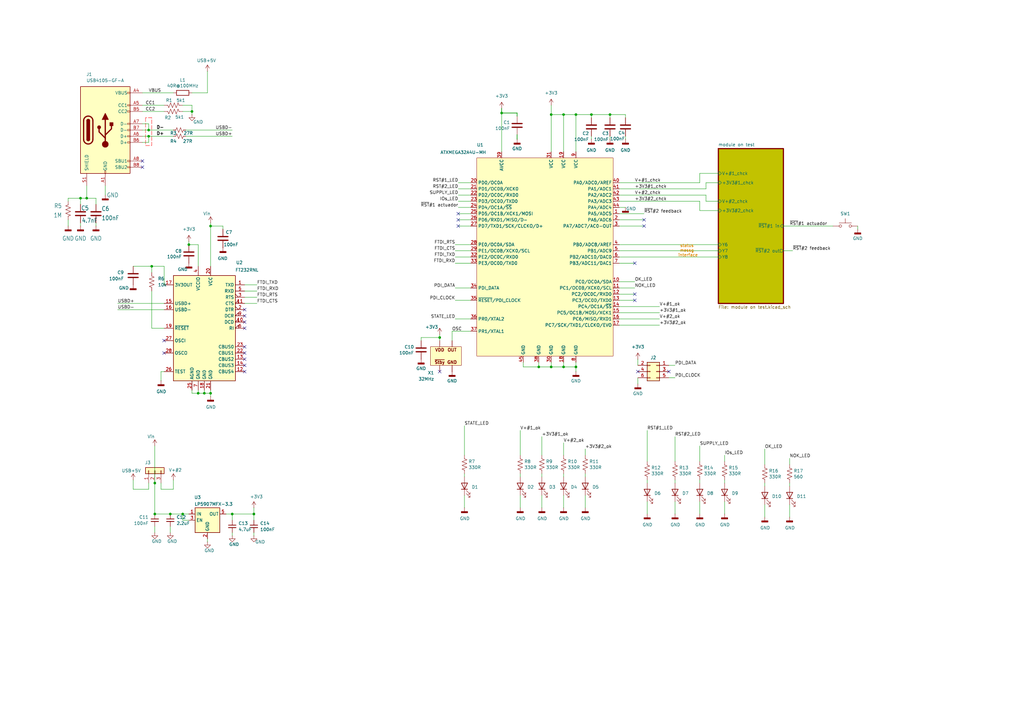
<source format=kicad_sch>
(kicad_sch (version 20250114) (generator "eeschema") (generator_version "9.0")
  (paper "A3")
  (text "status \nmessg \ninterface" (at 282.194 102.87 0) (effects (font (size 1.2 1.2) (thickness 0.1875))))
  (junction (at 205.74 46.355))
  (junction (at 78.74 45.72))
  (junction (at 81.28 161.29))
  (junction (at 33.02 81.28))
  (junction (at 231.14 46.99))
  (junction (at 86.36 92.71))
  (junction (at 231.14 150.495))
  (junction (at 63.5 198.12))
  (junction (at 226.06 150.495))
  (junction (at 226.06 46.99))
  (junction (at 180.34 138.43))
  (junction (at 83.82 161.29))
  (junction (at 62.23 109.22))
  (junction (at 60.96 53.34))
  (junction (at 220.98 150.495))
  (junction (at 236.22 46.99))
  (junction (at 86.36 161.29))
  (junction (at 250.19 46.99))
  (junction (at 74.93 210.82))
  (junction (at 242.57 46.99))
  (junction (at 77.47 100.33))
  (junction (at 95.25 210.82))
  (junction (at 60.96 55.88))
  (junction (at 104.14 210.82))
  (junction (at 63.5 210.82))
  (junction (at 35.56 81.28))
  (junction (at 236.22 150.495))
  (junction (at 69.85 210.82))
  (no_connect (at 100.33 152.4))
  (no_connect (at 100.33 142.24))
  (no_connect (at 100.33 129.54))
  (no_connect (at 180.34 152.4))
  (no_connect (at 100.33 134.62))
  (no_connect (at 264.16 90.17))
  (no_connect (at 187.96 87.63))
  (no_connect (at 67.31 144.78))
  (no_connect (at 260.35 120.65))
  (no_connect (at 100.33 149.86))
  (no_connect (at 264.16 92.71))
  (no_connect (at 58.42 66.04))
  (no_connect (at 100.33 147.32))
  (no_connect (at 274.32 152.4))
  (no_connect (at 261.62 152.4))
  (no_connect (at 67.31 139.7))
  (no_connect (at 187.96 90.17))
  (no_connect (at 100.33 127))
  (no_connect (at 58.42 68.58))
  (no_connect (at 260.35 123.19))
  (no_connect (at 100.33 144.78))
  (no_connect (at 187.96 92.71))
  (no_connect (at 100.33 132.08))
  (no_connect (at 260.35 107.95))
  (wire (pts (xy 71.12 200.66) (xy 66.04 200.66)))
  (wire (pts (xy 323.85 187.96) (xy 323.85 190.5)))
  (wire (pts (xy 69.85 218.44) (xy 69.85 215.9)))
  (wire (pts (xy 60.96 55.88) (xy 60.96 58.42)))
  (wire (pts (xy 60.96 200.66) (xy 60.96 198.12)))
  (wire (pts (xy 323.85 198.12) (xy 323.85 199.39)))
  (wire (pts (xy 78.74 45.72) (xy 78.74 46.99)))
  (wire (pts (xy 287.02 82.55) (xy 287.02 86.36)))
  (wire (pts (xy 261.62 154.94) (xy 261.62 157.48)))
  (wire (pts (xy 83.82 161.29) (xy 86.36 161.29)))
  (wire (pts (xy 214.63 150.495) (xy 220.98 150.495)))
  (wire (pts (xy 231.14 208.28) (xy 231.14 203.2)))
  (wire (pts (xy 81.28 161.29) (xy 83.82 161.29)))
  (wire (pts (xy 222.25 194.31) (xy 222.25 195.58)))
  (wire (pts (xy 250.19 46.99) (xy 242.57 46.99)))
  (wire (pts (xy 226.06 43.18) (xy 226.06 46.99)))
  (wire (pts (xy 63.5 218.44) (xy 63.5 215.9)))
  (wire (pts (xy 66.04 152.4) (xy 67.31 152.4)))
  (wire (pts (xy 58.42 38.1) (xy 71.12 38.1)))
  (wire (pts (xy 351.79 92.71) (xy 351.79 93.98)))
  (wire (pts (xy 226.06 46.99) (xy 226.06 62.23)))
  (wire (pts (xy 71.12 196.85) (xy 71.12 200.66)))
  (wire (pts (xy 321.31 102.87) (xy 325.12 102.87)))
  (wire (pts (xy 254 125.73) (xy 270.51 125.73)))
  (wire (pts (xy 187.96 77.47) (xy 193.04 77.47)))
  (wire (pts (xy 287.02 196.85) (xy 287.02 198.12)))
  (wire (pts (xy 91.44 92.71) (xy 91.44 93.98)))
  (wire (pts (xy 187.96 74.93) (xy 193.04 74.93)))
  (wire (pts (xy 287.02 71.12) (xy 294.64 71.12)))
  (wire (pts (xy 86.36 161.29) (xy 86.36 162.56)))
  (wire (pts (xy 92.71 210.82) (xy 95.25 210.82)))
  (wire (pts (xy 193.04 100.33) (xy 186.69 100.33)))
  (wire (pts (xy 254 82.55) (xy 287.02 82.55)))
  (wire (pts (xy 66.04 200.66) (xy 66.04 198.12)))
  (wire (pts (xy 276.86 210.82) (xy 276.86 205.74)))
  (wire (pts (xy 254 100.33) (xy 294.64 100.33)))
  (wire (pts (xy 81.28 100.33) (xy 81.28 109.22)))
  (wire (pts (xy 250.19 55.88) (xy 250.19 57.15)))
  (wire (pts (xy 287.02 210.82) (xy 287.02 205.74)))
  (wire (pts (xy 76.2 53.34) (xy 95.25 53.34)))
  (wire (pts (xy 76.2 55.88) (xy 95.25 55.88)))
  (wire (pts (xy 254 130.81) (xy 270.51 130.81)))
  (wire (pts (xy 78.74 38.1) (xy 85.09 38.1)))
  (wire (pts (xy 60.96 55.88) (xy 71.12 55.88)))
  (wire (pts (xy 86.36 92.71) (xy 91.44 92.71)))
  (wire (pts (xy 62.23 134.62) (xy 67.31 134.62)))
  (wire (pts (xy 100.33 121.92) (xy 105.41 121.92)))
  (wire (pts (xy 240.03 194.31) (xy 240.03 195.58)))
  (wire (pts (xy 214.63 148.59) (xy 214.63 150.495)))
  (wire (pts (xy 69.85 210.82) (xy 74.93 210.82)))
  (wire (pts (xy 190.5 174.625) (xy 190.5 186.69)))
  (wire (pts (xy 54.61 196.85) (xy 54.61 200.66)))
  (wire (pts (xy 226.06 150.495) (xy 231.14 150.495)))
  (wire (pts (xy 193.04 102.87) (xy 186.69 102.87)))
  (wire (pts (xy 58.42 58.42) (xy 60.96 58.42)))
  (wire (pts (xy 95.25 219.71) (xy 95.25 218.44)))
  (wire (pts (xy 264.16 92.71) (xy 254 92.71)))
  (wire (pts (xy 33.02 81.28) (xy 33.02 83.82)) (stroke (width 0.1524)))
  (wire (pts (xy 231.14 148.59) (xy 231.14 150.495)))
  (wire (pts (xy 62.23 109.22) (xy 67.31 109.22)))
  (wire (pts (xy 54.61 109.22) (xy 62.23 109.22)))
  (wire (pts (xy 236.22 46.99) (xy 231.14 46.99)))
  (wire (pts (xy 242.57 55.88) (xy 242.57 57.15)))
  (wire (pts (xy 180.34 138.43) (xy 172.72 138.43)))
  (wire (pts (xy 213.36 208.28) (xy 213.36 203.2)))
  (wire (pts (xy 187.96 87.63) (xy 193.04 87.63)))
  (wire (pts (xy 256.54 46.99) (xy 250.19 46.99)))
  (wire (pts (xy 78.74 161.29) (xy 81.28 161.29)))
  (wire (pts (xy 193.04 135.89) (xy 185.42 135.89)))
  (wire (pts (xy 260.35 123.19) (xy 254 123.19)))
  (wire (pts (xy 190.5 208.28) (xy 190.5 203.2)))
  (wire (pts (xy 67.31 124.46) (xy 48.26 124.46)))
  (wire (pts (xy 58.42 45.72) (xy 67.31 45.72)))
  (wire (pts (xy 231.14 181.61) (xy 231.14 186.69)))
  (wire (pts (xy 58.42 53.34) (xy 60.96 53.34)))
  (wire (pts (xy 287.02 71.12) (xy 287.02 74.93)))
  (wire (pts (xy 33.02 81.28) (xy 35.56 81.28)) (stroke (width 0.1524)))
  (wire (pts (xy 297.18 186.69) (xy 297.18 189.23)))
  (wire (pts (xy 265.43 210.82) (xy 265.43 205.74)))
  (wire (pts (xy 58.42 50.8) (xy 60.96 50.8)))
  (wire (pts (xy 74.93 45.72) (xy 78.74 45.72)))
  (wire (pts (xy 83.82 160.02) (xy 83.82 161.29)))
  (wire (pts (xy 67.31 116.84) (xy 67.31 109.22)))
  (wire (pts (xy 60.96 53.34) (xy 71.12 53.34)))
  (wire (pts (xy 276.86 149.86) (xy 274.32 149.86)))
  (wire (pts (xy 95.25 213.36) (xy 95.25 210.82)))
  (wire (pts (xy 74.93 210.82) (xy 77.47 210.82)))
  (wire (pts (xy 276.86 154.94) (xy 274.32 154.94)))
  (wire (pts (xy 231.14 46.99) (xy 231.14 62.23)))
  (wire (pts (xy 240.03 184.15) (xy 240.03 186.69)))
  (wire (pts (xy 254 120.65) (xy 260.35 120.65)))
  (wire (pts (xy 85.09 29.21) (xy 85.09 38.1)))
  (wire (pts (xy 78.74 160.02) (xy 78.74 161.29)))
  (wire (pts (xy 180.34 137.16) (xy 180.34 138.43)))
  (wire (pts (xy 62.23 119.38) (xy 62.23 134.62)))
  (wire (pts (xy 220.98 150.495) (xy 226.06 150.495)))
  (wire (pts (xy 43.18 76.2) (xy 43.18 80.01)))
  (wire (pts (xy 265.43 176.53) (xy 265.43 189.23)))
  (wire (pts (xy 27.94 81.28) (xy 33.02 81.28)) (stroke (width 0.1524)))
  (wire (pts (xy 265.43 196.85) (xy 265.43 198.12)))
  (wire (pts (xy 264.16 87.63) (xy 254 87.63)))
  (wire (pts (xy 85.09 222.25) (xy 85.09 220.98)))
  (wire (pts (xy 256.54 85.09) (xy 254 85.09)))
  (wire (pts (xy 193.04 105.41) (xy 186.69 105.41)))
  (wire (pts (xy 264.16 90.17) (xy 254 90.17)))
  (wire (pts (xy 100.33 119.38) (xy 105.41 119.38)))
  (wire (pts (xy 289.56 82.55) (xy 289.56 80.01)))
  (wire (pts (xy 81.28 160.02) (xy 81.28 161.29)))
  (wire (pts (xy 260.35 118.11) (xy 254 118.11)))
  (wire (pts (xy 104.14 219.71) (xy 104.14 218.44)))
  (wire (pts (xy 213.36 194.31) (xy 213.36 195.58)))
  (wire (pts (xy 289.56 82.55) (xy 294.64 82.55)))
  (wire (pts (xy 74.93 213.36) (xy 74.93 210.82)))
  (wire (pts (xy 104.14 210.82) (xy 104.14 213.36)))
  (wire (pts (xy 220.98 148.59) (xy 220.98 150.495)))
  (wire (pts (xy 222.25 179.07) (xy 222.25 186.69)))
  (wire (pts (xy 321.31 92.71) (xy 341.63 92.71)))
  (wire (pts (xy 226.06 148.59) (xy 226.06 150.495)))
  (wire (pts (xy 33.02 92.71) (xy 33.02 91.44)) (stroke (width 0.1524)))
  (wire (pts (xy 289.56 77.47) (xy 254 77.47)))
  (wire (pts (xy 236.22 46.99) (xy 236.22 62.23)))
  (wire (pts (xy 287.02 74.93) (xy 254 74.93)))
  (wire (pts (xy 100.33 116.84) (xy 105.41 116.84)))
  (wire (pts (xy 78.74 43.18) (xy 78.74 45.72)))
  (wire (pts (xy 193.04 107.95) (xy 186.69 107.95)))
  (wire (pts (xy 86.36 91.44) (xy 86.36 92.71)))
  (wire (pts (xy 205.74 44.45) (xy 205.74 46.355)) (stroke (width 0.254)))
  (wire (pts (xy 313.69 198.12) (xy 313.69 199.39)))
  (wire (pts (xy 289.56 80.01) (xy 254 80.01)))
  (wire (pts (xy 27.94 90.17) (xy 27.94 92.71)) (stroke (width 0.1524)))
  (wire (pts (xy 242.57 46.99) (xy 236.22 46.99)))
  (wire (pts (xy 213.36 176.53) (xy 213.36 186.69)))
  (wire (pts (xy 236.22 148.59) (xy 236.22 150.495)))
  (wire (pts (xy 104.14 208.28) (xy 104.14 210.82)))
  (wire (pts (xy 287.02 182.88) (xy 287.02 189.23)))
  (wire (pts (xy 63.5 198.12) (xy 63.5 210.82)))
  (wire (pts (xy 63.5 182.88) (xy 63.5 198.12)))
  (wire (pts (xy 254 133.35) (xy 270.51 133.35)))
  (wire (pts (xy 261.62 147.32) (xy 261.62 149.86)))
  (wire (pts (xy 180.34 138.43) (xy 180.34 139.7)))
  (wire (pts (xy 254 105.41) (xy 294.64 105.41)))
  (wire (pts (xy 313.69 212.09) (xy 313.69 207.01)))
  (wire (pts (xy 77.47 99.06) (xy 77.47 100.33)))
  (wire (pts (xy 60.96 50.8) (xy 60.96 53.34)))
  (wire (pts (xy 54.61 200.66) (xy 60.96 200.66)))
  (wire (pts (xy 231.14 150.495) (xy 236.22 150.495)))
  (wire (pts (xy 185.42 135.89) (xy 185.42 139.7)))
  (wire (pts (xy 287.02 86.36) (xy 294.64 86.36)))
  (wire (pts (xy 205.74 46.355) (xy 205.74 62.23)))
  (wire (pts (xy 289.56 74.93) (xy 294.64 74.93)))
  (wire (pts (xy 58.42 55.88) (xy 60.96 55.88)))
  (wire (pts (xy 100.33 124.46) (xy 105.41 124.46)))
  (wire (pts (xy 254 128.27) (xy 270.51 128.27)))
  (wire (pts (xy 86.36 160.02) (xy 86.36 161.29)))
  (wire (pts (xy 187.96 85.09) (xy 193.04 85.09)))
  (wire (pts (xy 77.47 213.36) (xy 74.93 213.36)))
  (wire (pts (xy 323.85 212.09) (xy 323.85 207.01)))
  (wire (pts (xy 250.19 46.99) (xy 250.19 48.26)))
  (wire (pts (xy 78.74 43.18) (xy 74.93 43.18)))
  (wire (pts (xy 66.04 156.21) (xy 66.04 152.4)))
  (wire (pts (xy 35.56 81.28) (xy 39.37 81.28)) (stroke (width 0.1524)))
  (wire (pts (xy 187.96 80.01) (xy 193.04 80.01)))
  (wire (pts (xy 276.86 196.85) (xy 276.86 198.12)))
  (wire (pts (xy 212.09 46.355) (xy 212.09 47.625)) (stroke (width 0.254)))
  (wire (pts (xy 212.09 55.245) (xy 212.09 57.15)) (stroke (width 0.254)))
  (wire (pts (xy 187.96 92.71) (xy 193.04 92.71)))
  (wire (pts (xy 39.37 91.44) (xy 39.37 92.71)))
  (wire (pts (xy 240.03 208.28) (xy 240.03 203.2)))
  (wire (pts (xy 193.04 118.11) (xy 186.69 118.11)))
  (wire (pts (xy 254 102.87) (xy 294.64 102.87)))
  (wire (pts (xy 236.22 150.495) (xy 236.22 152.4)))
  (wire (pts (xy 95.25 210.82) (xy 104.14 210.82)))
  (wire (pts (xy 62.23 109.22) (xy 62.23 111.76)))
  (wire (pts (xy 256.54 46.99) (xy 256.54 48.26)))
  (wire (pts (xy 172.72 138.43) (xy 172.72 139.7)))
  (wire (pts (xy 67.31 127) (xy 48.26 127)))
  (wire (pts (xy 187.96 82.55) (xy 193.04 82.55)))
  (wire (pts (xy 297.18 210.82) (xy 297.18 205.74)))
  (wire (pts (xy 39.37 81.28) (xy 39.37 83.82)) (stroke (width 0.1524)))
  (wire (pts (xy 313.69 184.15) (xy 313.69 190.5)))
  (wire (pts (xy 86.36 92.71) (xy 86.36 109.22)))
  (wire (pts (xy 58.42 43.18) (xy 67.31 43.18)))
  (wire (pts (xy 222.25 208.28) (xy 222.25 203.2)))
  (wire (pts (xy 212.09 46.355) (xy 205.74 46.355)) (stroke (width 0.254)))
  (wire (pts (xy 193.04 123.19) (xy 186.69 123.19)))
  (wire (pts (xy 35.56 76.2) (xy 35.56 81.28)))
  (wire (pts (xy 190.5 194.31) (xy 190.5 195.58)))
  (wire (pts (xy 231.14 194.31) (xy 231.14 195.58)))
  (wire (pts (xy 260.35 115.57) (xy 254 115.57)))
  (wire (pts (xy 231.14 46.99) (xy 226.06 46.99)))
  (wire (pts (xy 297.18 196.85) (xy 297.18 198.12)))
  (wire (pts (xy 77.47 100.33) (xy 81.28 100.33)))
  (wire (pts (xy 27.94 81.28) (xy 27.94 82.55)) (stroke (width 0.1524)))
  (wire (pts (xy 186.69 130.81) (xy 193.04 130.81)))
  (wire (pts (xy 260.35 107.95) (xy 254 107.95)))
  (wire (pts (xy 289.56 74.93) (xy 289.56 77.47)))
  (wire (pts (xy 242.57 46.99) (xy 242.57 48.26)))
  (wire (pts (xy 256.54 55.88) (xy 256.54 57.15)))
  (wire (pts (xy 276.86 179.07) (xy 276.86 189.23)))
  (wire (pts (xy 187.96 90.17) (xy 193.04 90.17)))
  (wire (pts (xy 63.5 210.82) (xy 69.85 210.82)))
  (label "PDI_DATA" (at 186.69 118.11 180))
  (label "~{RST}#2 feedback" (at 264.16 87.63 0))
  (label "+3V3#1_ok" (at 270.51 128.27 0))
  (label "CC2" (at 59.69 45.72 0))
  (label "D+" (at 67.31 55.88 180) (effects (font (thickness 0.254) (bold yes))))
  (label "D-" (at 67.31 53.34 180) (effects (font (thickness 0.254) (bold yes))))
  (label "FTDI_RXD" (at 186.69 107.95 180))
  (label "FTDI_TXD" (at 186.69 105.41 180))
  (label "RST#1_LED" (at 187.96 74.93 180))
  (label "USBD+" (at 95.25 55.88 180))
  (label "~{RST}#1 actuador" (at 323.85 92.71 0))
  (label "FTDI_CTS" (at 105.41 124.46 0))
  (label "PDI_DATA" (at 276.86 149.86 0))
  (label "V+#1_ok" (at 270.51 125.73 0))
  (label "+3V3#2_ok" (at 240.03 184.15 0))
  (label "RST#2_LED" (at 187.96 77.47 180))
  (label "IOs_LED" (at 297.18 186.69 0))
  (label "V+#2_ok" (at 270.51 130.81 0))
  (label "+3V3#2_chck" (at 260.35 82.55 0))
  (label "IOs_LED" (at 187.96 82.55 180))
  (label "V+#1_ok" (at 213.36 176.53 0))
  (label "FTDI_TXD" (at 105.41 116.84 0))
  (label "OK_LED" (at 260.35 115.57 0))
  (label "SUPPLY_LED" (at 287.02 182.88 0))
  (label "V+#2_ok" (at 231.14 181.61 0))
  (label "~{RST}#1 actuador" (at 187.96 85.09 180))
  (label "V+#1_chck" (at 260.35 74.93 0))
  (label "VBUS" (at 60.96 38.1 0))
  (label "RST#1_LED" (at 265.43 176.53 0))
  (label "+3V3#1_chck" (at 260.35 77.47 0))
  (label "+3V3#1_ok" (at 222.25 179.07 0))
  (label "FTDI_RTS" (at 186.69 100.33 180))
  (label "CC1" (at 59.69 43.18 0))
  (label "FTDI_RTS" (at 105.41 121.92 0))
  (label "OSC" (at 185.42 135.89 0))
  (label "FTDI_RXD" (at 105.41 119.38 0))
  (label "NOK_LED" (at 323.85 187.96 0))
  (label "PDI_CLOCK" (at 186.69 123.19 180))
  (label "USBD-" (at 95.25 53.34 180))
  (label "USBD-" (at 48.26 127 0))
  (label "USBD+" (at 48.26 124.46 0))
  (label "+3V3#2_ok" (at 270.51 133.35 0))
  (label "SUPPLY_LED" (at 187.96 80.01 180))
  (label "FTDI_CTS" (at 186.69 102.87 180))
  (label "~{RST}#2 feedback" (at 325.12 102.87 0))
  (label "STATE_LED" (at 190.5 174.625 0))
  (label "V+#2_chck" (at 260.35 80.01 0))
  (label "PDI_CLOCK" (at 276.86 154.94 0))
  (label "RST#2_LED" (at 276.86 179.07 0))
  (label "STATE_LED" (at 186.69 130.81 180))
  (label "NOK_LED" (at 260.35 118.11 0))
  (label "OK_LED" (at 313.69 184.15 0))
  (rule_area (polyline (pts (xy 59.69 48.26) (xy 59.69 59.69) (xy 62.23 59.69) (xy 62.23 48.26)) (stroke (width 0) (type dash))))
  (symbol (lib_id "Device:R_US") (at 297.18 193.04 180) (unit 1)
    (property "Reference" "R15" (at 298.831 191.8278 0) (effects (justify right)))
    (property "Value" "330R" (at 298.831 194.2521 0) (effects (justify right)))
    (property "Footprint" "Resistor_SMD:R_0402_1005Metric" (effects (hide yes)))
    (property "Description" "Resistor, small US symbol" (effects (hide yes)))
    (property "MPN" "CRCW0402330RFKEDHP" (effects (hide yes)))
    (property "OEPSPN" "OEPS020191" (effects (hide yes)))
  )
  (symbol (lib_id "Device:C") (at 77.47 104.14 0) (mirror y) (unit 1)
    (property "Reference" "C8" (at 74.549 102.9716 0) (effects (justify left)))
    (property "Value" "100nF" (at 74.549 105.283 0) (effects (justify left)))
    (property "Footprint" "Capacitor_SMD:C_0402_1005Metric" (effects (hide yes)))
    (property "Description" "SMD CER 0402 100nF 50V ±10% X7R" (effects (hide yes)))
    (property "MPN" "CGA2B3X7R1H104K050BB" (effects (hide yes)))
    (property "OEPSPN" "OEPS010016" (effects (hide yes)))
  )
  (symbol (lib_id "power:+3V3") (at 205.74 44.45 0) (mirror y) (unit 1)
    (property "Reference" "#PWR03" (effects (hide yes)))
    (property "Value" "+3V3" (at 205.74 39.37 0))
    (property "Description" "Power symbol creates a global label with name \"+3V3\"" (effects (hide yes)))
  )
  (symbol (lib_id "Device:C_Small") (at 63.5 213.36 0) (unit 1)
    (property "Reference" "C11" (at 60.96 212.0962 0) (effects (justify right)))
    (property "Value" "100nF" (at 60.96 214.6362 0) (effects (justify right)))
    (property "Footprint" "Capacitor_SMD:C_0402_1005Metric" (effects (hide yes)))
    (property "Description" "SMD CER 0402 100nF 50V ±10% X7R" (effects (hide yes)))
    (property "MPN" "CGA2B3X7R1H104K050BB" (effects (hide yes)))
    (property "OEPSPN" "OEPS010016" (effects (hide yes)))
  )
  (symbol (lib_id "power:GNDD") (at 185.42 152.4 0) (mirror y) (unit 1)
    (property "Reference" "#PWR019" (effects (hide yes)))
    (property "Value" "GND" (at 185.42 156.21 0))
    (property "Description" "Power symbol creates a global label with name \"GNDD\" , digital ground" (effects (hide yes)))
  )
  (symbol (lib_id "power:GND") (at 69.85 218.44 0) (unit 1)
    (property "Reference" "#PWR040" (effects (hide yes)))
    (property "Value" "GND" (at 70.612 221.996 0))
    (property "Description" "Power symbol creates a global label with name \"GND\" , ground" (effects (hide yes)))
  )
  (symbol (lib_id "power:GNDD") (at 242.57 57.15 0) (mirror y) (unit 1)
    (property "Reference" "#PWR06" (effects (hide yes)))
    (property "Value" "GND" (at 242.57 61.595 0))
    (property "Description" "Power symbol creates a global label with name \"GNDD\" , digital ground" (effects (hide yes)))
  )
  (symbol (lib_id "power:GNDD") (at 297.18 210.82 0) (unit 1)
    (property "Reference" "#PWR036" (effects (hide yes)))
    (property "Value" "GND" (at 297.307 215.2142 0))
    (property "Description" "Power symbol creates a global label with name \"GNDD\" , digital ground" (effects (hide yes)))
  )
  (symbol (lib_id "power:GNDD") (at 351.79 93.98 0) (mirror y) (unit 1)
    (property "Reference" "#PWR011" (effects (hide yes)))
    (property "Value" "GND" (at 351.79 97.79 0))
    (property "Description" "Power symbol creates a global label with name \"GNDD\" , digital ground" (effects (hide yes)))
  )
  (symbol (lib_id "Device:C_Small") (at 69.85 213.36 0) (unit 1)
    (property "Reference" "C12" (at 72.39 212.0962 0) (effects (justify left)))
    (property "Value" "2.2uF" (at 72.39 214.6362 0) (effects (justify left)))
    (property "Footprint" "Capacitor_SMD:C_0603_1608Metric" (effects (hide yes)))
    (property "Description" "Unpolarized capacitor, small symbol" (effects (hide yes)))
    (property "MPN" "GRM188R61E225KA12D" (effects (hide yes)))
    (property "OEPSPN" "OEPS010075" (effects (hide yes)))
  )
  (symbol (lib_id "power:+3V3") (at 104.14 208.28 0) (unit 1)
    (property "Reference" "#PWR027" (effects (hide yes)))
    (property "Value" "+3V3" (at 105.156 203.708 0))
    (property "Description" "Power symbol creates a global label with name \"+3V3\"" (effects (hide yes)))
  )
  (symbol (lib_id "Device:LED") (at 222.25 199.39 90) (unit 1)
    (property "Reference" "D3" (at 225.171 199.7653 90) (effects (justify right)))
    (property "Value" "Green LED" (effects (hide yes)))
    (property "Footprint" "LED_SMD:LED_0603_1608Metric" (effects (hide yes)))
    (property "Description" "LED 0603 Green 571nm 20mA" (effects (hide yes)))
    (property "MPN" "LTST-C191KGKT" (effects (hide yes)))
    (property "OEPSPN" "OEPS030005 " (effects (hide yes)))
  )
  (symbol (lib_id "Device:C") (at 33.02 87.63 0) (mirror y) (unit 1)
    (property "Reference" "C5" (at 33.274 85.344 0) (effects (font (size 1.778 1.5113)) (justify right)))
    (property "Value" "4.7nF" (at 33.528 90.424 0) (effects (font (size 1.778 1.5113)) (justify right)))
    (property "Footprint" "Capacitor_SMD:C_0402_1005Metric" (effects (hide yes)))
    (property "Description" "Unpolarized capacitor, small symbol" (effects (hide yes)))
    (property "MPN" "885012205084" (effects (hide yes)))
    (property "OEPSPN" "OEPS010017" (effects (hide yes)))
  )
  (symbol (lib_id "power:GNDD") (at 27.94 92.71 0) (mirror y) (unit 1)
    (property "Reference" "#GND02" (effects (hide yes)))
    (property "Value" "GND" (at 27.94 97.79 0) (effects (font (size 1.778 1.5113))))
  )
  (symbol (lib_id "Device:C_Small") (at 104.14 215.9 0) (mirror y) (unit 1)
    (property "Reference" "C14" (at 106.68 214.6362 0) (effects (justify right)))
    (property "Value" "100nF" (at 106.68 217.1762 0) (effects (justify right)))
    (property "Footprint" "Capacitor_SMD:C_0402_1005Metric" (effects (hide yes)))
    (property "Description" "SMD CER 0402 100nF 50V ±10% X7R" (effects (hide yes)))
    (property "MPN" "CGA2B3X7R1H104K050BB" (effects (hide yes)))
    (property "OEPSPN" "OEPS010016" (effects (hide yes)))
  )
  (symbol (lib_id "PyBoardTester:ATXMEGA32A4U") (at 228.6 113.03 0) (mirror y) (unit 1)
    (property "Reference" "U1" (at 195.58 59.436 0) (effects (justify right)))
    (property "Value" "ATXMEGA32A4U-MH" (at 180.594 62.484 0) (effects (justify right)))
    (property "Footprint" "Package_DFN_QFN:QFN-44-1EP_7x7mm_P0.5mm_EP5.2x5.2mm" (effects (hide yes)))
    (property "Description" "MCU ATXMEGA A4U 8bits 32KB" (effects (hide yes)))
    (property "MPN" "ATXMEGA32A4U-MHR" (effects (hide yes)))
    (property "OEPSPN" "OEPS080116" (effects (hide yes)))
  )
  (symbol (lib_id "power:GNDD") (at 66.04 156.21 0) (unit 1)
    (property "Reference" "#PWR021" (effects (hide yes)))
    (property "Value" "GND" (at 66.167 160.6042 0))
    (property "Description" "Power symbol creates a global label with name \"GNDD\" , digital ground" (effects (hide yes)))
  )
  (symbol (lib_id "power:+5V") (at 63.5 182.88 0) (mirror y) (unit 1)
    (property "Reference" "#PWR024" (effects (hide yes)))
    (property "Value" "Vin" (at 61.976 179.07 0))
    (property "Description" "Power symbol creates a global label with name \"+5V\"" (effects (hide yes)))
  )
  (symbol (lib_id "Device:LED") (at 287.02 201.93 90) (unit 1)
    (property "Reference" "D8" (at 289.941 202.3053 90) (effects (justify right)))
    (property "Value" "Green LED" (effects (hide yes)))
    (property "Footprint" "LED_SMD:LED_0603_1608Metric" (effects (hide yes)))
    (property "Description" "LED 0603 Green 571nm 20mA" (effects (hide yes)))
    (property "MPN" "LTST-C191KGKT" (effects (hide yes)))
    (property "OEPSPN" "OEPS030005 " (effects (hide yes)))
  )
  (symbol (lib_id "PyBoardTester:OSCILLATOR") (at 182.88 144.78 0) (mirror y) (unit 1)
    (property "Reference" "X1" (at 178.054 152.908 0) (effects (justify left)))
    (property "Value" "32MHz" (at 178.054 155.448 0) (effects (justify left)))
    (property "Footprint" "PyBoardTester FootprintLib:OSC" (effects (hide yes)))
    (property "Description" "OSC 32MHz 10ppm" (effects (hide yes)))
    (property "MPN" "DSC1001CI5-032.0000" (effects (hide yes)))
    (property "OEPSPN" "OEPS080018" (effects (hide yes)))
  )
  (symbol (lib_id "Device:R_US") (at 276.86 193.04 180) (unit 1)
    (property "Reference" "R13" (at 278.511 191.8278 0) (effects (justify right)))
    (property "Value" "330R" (at 278.511 194.2521 0) (effects (justify right)))
    (property "Footprint" "Resistor_SMD:R_0402_1005Metric" (effects (hide yes)))
    (property "Description" "Resistor, small US symbol" (effects (hide yes)))
    (property "MPN" "CRCW0402330RFKEDHP" (effects (hide yes)))
    (property "OEPSPN" "OEPS020191" (effects (hide yes)))
  )
  (symbol (lib_id "Device:R_Small_US") (at 73.66 53.34 270) (unit 1)
    (property "Reference" "R3" (at 71.12 54.61 90))
    (property "Value" "27R" (at 77.216 54.61 90))
    (property "Footprint" "Resistor_SMD:R_0402_1005Metric" (effects (hide yes)))
    (property "Description" "Resistor, small US symbol" (effects (hide yes)))
    (property "MPN" "RMCF0402FT27R0" (effects (hide yes)))
    (property "OEPSPN" "OEPS020170" (effects (hide yes)))
  )
  (symbol (lib_id "Device:C_Small") (at 95.25 215.9 0) (unit 1)
    (property "Reference" "C13" (at 97.79 214.6362 0) (effects (justify left)))
    (property "Value" "4.7uF" (at 97.79 217.1762 0) (effects (justify left)))
    (property "Footprint" "Capacitor_SMD:C_0603_1608Metric" (effects (hide yes)))
    (property "Description" "Unpolarized capacitor, small symbol" (effects (hide yes)))
    (property "MPN" "C1608X6S1C475K080AC" (effects (hide yes)))
    (property "OEPSPN" "OEPS010018" (effects (hide yes)))
  )
  (symbol (lib_id "Device:R_US") (at 287.02 193.04 180) (unit 1)
    (property "Reference" "R14" (at 288.671 191.8278 0) (effects (justify right)))
    (property "Value" "330R" (at 288.671 194.2521 0) (effects (justify right)))
    (property "Footprint" "Resistor_SMD:R_0402_1005Metric" (effects (hide yes)))
    (property "Description" "Resistor, small US symbol" (effects (hide yes)))
    (property "MPN" "CRCW0402330RFKEDHP" (effects (hide yes)))
    (property "OEPSPN" "OEPS020191" (effects (hide yes)))
  )
  (symbol (lib_id "Switch:SW_Push") (at 346.71 92.71 0) (unit 1)
    (property "Reference" "SW1" (at 346.71 87.63 0))
    (property "Value" "SW_SPST" (effects (hide yes)))
    (property "Footprint" "Button_Switch_SMD:SW_SPST_TL3305B" (effects (hide yes)))
    (property "Description" "Push button switch" (effects (hide yes)))
    (property "MPN" "TL3305BF260QG" (effects (hide yes)))
    (property "OEPSPN" "OEPS100061" (effects (hide yes)))
  )
  (symbol (lib_id "power:GND") (at 78.74 46.99 0) (mirror y) (unit 1)
    (property "Reference" "#PWR04" (effects (hide yes)))
    (property "Value" "GND" (at 81.28 50.038 0))
    (property "Description" "Power symbol creates a global label with name \"GND\" , ground" (effects (hide yes)))
  )
  (symbol (lib_id "Device:LED") (at 213.36 199.39 90) (unit 1)
    (property "Reference" "D2" (at 216.281 199.7653 90) (effects (justify right)))
    (property "Value" "Green LED" (effects (hide yes)))
    (property "Footprint" "LED_SMD:LED_0603_1608Metric" (effects (hide yes)))
    (property "Description" "LED 0603 Green 571nm 20mA" (effects (hide yes)))
    (property "MPN" "LTST-C191KGKT" (effects (hide yes)))
    (property "OEPSPN" "OEPS030005 " (effects (hide yes)))
  )
  (symbol (lib_id "power:GNDD") (at 91.44 101.6 0) (mirror y) (unit 1)
    (property "Reference" "#PWR013" (effects (hide yes)))
    (property "Value" "GND" (at 91.313 105.9942 0))
    (property "Description" "Power symbol creates a global label with name \"GNDD\" , digital ground" (effects (hide yes)))
  )
  (symbol (lib_id "power:+5V") (at 86.36 91.44 0) (mirror y) (unit 1)
    (property "Reference" "#PWR010" (effects (hide yes)))
    (property "Value" "Vin" (at 84.836 87.63 0))
    (property "Description" "Power symbol creates a global label with name \"+5V\"" (effects (hide yes)))
  )
  (symbol (lib_id "power:+5V") (at 71.12 196.85 0) (mirror y) (unit 1)
    (property "Reference" "#PWR026" (effects (hide yes)))
    (property "Value" "V+#2" (at 71.882 192.786 0))
    (property "Description" "Power symbol creates a global label with name \"+5V\"" (effects (hide yes)))
  )
  (symbol (lib_id "power:+3V3") (at 226.06 43.18 0) (mirror y) (unit 1)
    (property "Reference" "#PWR02" (effects (hide yes)))
    (property "Value" "+3V3" (at 226.06 38.1 0))
    (property "Description" "Power symbol creates a global label with name \"+3V3\"" (effects (hide yes)))
  )
  (symbol (lib_id "Device:C") (at 172.72 143.51 0) (mirror y) (unit 1)
    (property "Reference" "C10" (at 169.799 142.2978 0) (effects (justify left)))
    (property "Value" "100nF" (at 169.799 144.7221 0) (effects (justify left)))
    (property "Footprint" "Capacitor_SMD:C_0402_1005Metric" (effects (hide yes)))
    (property "Description" "SMD CER 0402 100nF 50V ±10% X7R" (effects (hide yes)))
    (property "MPN" "CGA2B3X7R1H104K050BB" (effects (hide yes)))
    (property "OEPSPN" "OEPS010016" (effects (hide yes)))
  )
  (symbol (lib_id "Device:LED") (at 265.43 201.93 90) (unit 1)
    (property "Reference" "D6" (at 268.351 202.3053 90) (effects (justify right)))
    (property "Value" "Green LED" (effects (hide yes)))
    (property "Footprint" "LED_SMD:LED_0603_1608Metric" (effects (hide yes)))
    (property "Description" "LED 0603 Green 571nm 20mA" (effects (hide yes)))
    (property "MPN" "LTST-C191KGKT" (effects (hide yes)))
    (property "OEPSPN" "OEPS030005 " (effects (hide yes)))
  )
  (symbol (lib_id "Device:C") (at 212.09 51.435 0) (mirror y) (unit 1)
    (property "Reference" "C1" (at 209.169 50.2228 0) (effects (justify left)))
    (property "Value" "100nF" (at 209.169 52.6471 0) (effects (justify left)))
    (property "Footprint" "Capacitor_SMD:C_0402_1005Metric" (effects (hide yes)))
    (property "Description" "SMD CER 0402 100nF 50V ±10% X7R" (effects (hide yes)))
    (property "MPN" "CGA2B3X7R1H104K050BB" (effects (hide yes)))
    (property "OEPSPN" "OEPS010016" (effects (hide yes)))
  )
  (symbol (lib_id "Device:C") (at 91.44 97.79 0) (mirror y) (unit 1)
    (property "Reference" "C7" (at 95.25 95.25 0) (effects (justify left)))
    (property "Value" "100nF" (at 97.79 100.33 0) (effects (justify left)))
    (property "Footprint" "Capacitor_SMD:C_0402_1005Metric" (effects (hide yes)))
    (property "Description" "SMD CER 0402 100nF 50V ±10% X7R" (effects (hide yes)))
    (property "MPN" "CGA2B3X7R1H104K050BB" (effects (hide yes)))
    (property "OEPSPN" "OEPS010016" (effects (hide yes)))
  )
  (symbol (lib_id "power:GNDD") (at 39.37 92.71 0) (mirror y) (unit 1)
    (property "Reference" "#GND04" (effects (hide yes)))
    (property "Value" "GND" (at 39.37 97.79 0) (effects (font (size 1.778 1.5113))))
  )
  (symbol (lib_id "power:GNDD") (at 276.86 210.82 0) (unit 1)
    (property "Reference" "#PWR034" (effects (hide yes)))
    (property "Value" "GND" (at 276.987 215.2142 0))
    (property "Description" "Power symbol creates a global label with name \"GNDD\" , digital ground" (effects (hide yes)))
  )
  (symbol (lib_id "Device:R_US") (at 231.14 190.5 180) (unit 1)
    (property "Reference" "R10" (at 232.791 189.2878 0) (effects (justify right)))
    (property "Value" "330R" (at 232.791 191.7121 0) (effects (justify right)))
    (property "Footprint" "Resistor_SMD:R_0402_1005Metric" (effects (hide yes)))
    (property "Description" "Resistor, small US symbol" (effects (hide yes)))
    (property "MPN" "CRCW0402330RFKEDHP" (effects (hide yes)))
    (property "OEPSPN" "OEPS020191" (effects (hide yes)))
  )
  (symbol (lib_id "Device:LED") (at 190.5 199.39 90) (unit 1)
    (property "Reference" "D1" (at 193.421 199.7653 90) (effects (justify right)))
    (property "Value" "Green LED" (effects (hide yes)))
    (property "Footprint" "LED_SMD:LED_0603_1608Metric" (effects (hide yes)))
    (property "Description" "LED 0603 Green 571nm 20mA" (effects (hide yes)))
    (property "MPN" "LTST-C191KGKT" (effects (hide yes)))
    (property "OEPSPN" "OEPS030005 " (effects (hide yes)))
  )
  (symbol (lib_id "power:GND") (at 95.25 219.71 0) (unit 1)
    (property "Reference" "#PWR041" (effects (hide yes)))
    (property "Value" "GND" (at 96.012 223.266 0))
    (property "Description" "Power symbol creates a global label with name \"GND\" , ground" (effects (hide yes)))
  )
  (symbol (lib_id "power:+3V3") (at 180.34 137.16 0) (mirror y) (unit 1)
    (property "Reference" "#PWR016" (effects (hide yes)))
    (property "Value" "+3V3" (at 177.038 134.112 0))
    (property "Description" "Power symbol creates a global label with name \"+3V3\"" (effects (hide yes)))
  )
  (symbol (lib_id "power:GNDD") (at 250.19 57.15 0) (mirror y) (unit 1)
    (property "Reference" "#PWR07" (effects (hide yes)))
    (property "Value" "GND" (at 250.19 61.595 0))
    (property "Description" "Power symbol creates a global label with name \"GNDD\" , digital ground" (effects (hide yes)))
  )
  (symbol (lib_id "power:GNDD") (at 231.14 208.28 0) (unit 1)
    (property "Reference" "#PWR031" (effects (hide yes)))
    (property "Value" "GND" (at 231.267 212.6742 0))
    (property "Description" "Power symbol creates a global label with name \"GNDD\" , digital ground" (effects (hide yes)))
  )
  (symbol (lib_id "power:+5V") (at 85.09 29.21 0) (mirror y) (unit 1)
    (property "Reference" "#PWR01" (effects (hide yes)))
    (property "Value" "USB+5V" (at 84.709 24.8158 0))
    (property "Description" "Power symbol creates a global label with name \"+5V\"" (effects (hide yes)))
  )
  (symbol (lib_id "power:GNDD") (at 256.54 85.09 0) (mirror y) (unit 1)
    (property "Reference" "#PWR09" (effects (hide yes)))
    (property "Value" "GND" (at 258.826 85.598 0))
    (property "Description" "Power symbol creates a global label with name \"GNDD\" , digital ground" (effects (hide yes)))
  )
  (symbol (lib_id "Device:C") (at 256.54 52.07 0) (unit 1)
    (property "Reference" "C4" (at 256.286 54.4717 0) (effects (justify right)))
    (property "Value" "100nF" (at 256.286 56.896 0) (effects (justify right)))
    (property "Footprint" "Capacitor_SMD:C_0402_1005Metric" (effects (hide yes)))
    (property "Description" "SMD CER 0402 100nF 50V ±10% X7R" (effects (hide yes)))
    (property "MPN" "CGA2B3X7R1H104K050BB" (effects (hide yes)))
    (property "OEPSPN" "OEPS010016" (effects (hide yes)))
  )
  (symbol (lib_id "power:GNDD") (at 287.02 210.82 0) (unit 1)
    (property "Reference" "#PWR035" (effects (hide yes)))
    (property "Value" "GND" (at 287.147 215.2142 0))
    (property "Description" "Power symbol creates a global label with name \"GNDD\" , digital ground" (effects (hide yes)))
  )
  (symbol (lib_id "power:GNDD") (at 240.03 208.28 0) (unit 1)
    (property "Reference" "#PWR032" (effects (hide yes)))
    (property "Value" "GND" (at 240.157 212.6742 0))
    (property "Description" "Power symbol creates a global label with name \"GNDD\" , digital ground" (effects (hide yes)))
  )
  (symbol (lib_id "power:GNDD") (at 236.22 152.4 0) (mirror y) (unit 1)
    (property "Reference" "#PWR020" (effects (hide yes)))
    (property "Value" "GND" (at 236.22 156.21 0))
    (property "Description" "Power symbol creates a global label with name \"GNDD\" , digital ground" (effects (hide yes)))
  )
  (symbol (lib_id "power:+3V3") (at 77.47 99.06 0) (unit 1)
    (property "Reference" "#PWR012" (effects (hide yes)))
    (property "Value" "+3V3" (at 77.47 93.98 0))
    (property "Description" "Power symbol creates a global label with name \"+3V3\"" (effects (hide yes)))
  )
  (symbol (lib_id "power:+3V3") (at 261.62 147.32 0) (unit 1)
    (property "Reference" "#PWR018" (effects (hide yes)))
    (property "Value" "+3V3" (at 261.62 142.24 0))
    (property "Description" "Power symbol creates a global label with name \"+3V3\"" (effects (hide yes)))
  )
  (symbol (lib_id "power:GNDD") (at 261.62 157.48 0) (unit 1)
    (property "Reference" "#PWR022" (effects (hide yes)))
    (property "Value" "GND" (at 261.62 161.417 0))
    (property "Description" "Power symbol creates a global label with name \"GNDD\" , digital ground" (effects (hide yes)))
  )
  (symbol (lib_id "Device:R_US") (at 190.5 190.5 180) (unit 1)
    (property "Reference" "R7" (at 192.151 189.2878 0) (effects (justify right)))
    (property "Value" "330R" (at 192.151 191.7121 0) (effects (justify right)))
    (property "Footprint" "Resistor_SMD:R_0402_1005Metric" (effects (hide yes)))
    (property "Description" "Resistor, small US symbol" (effects (hide yes)))
    (property "MPN" "CRCW0402330RFKEDHP" (effects (hide yes)))
    (property "OEPSPN" "OEPS020191" (effects (hide yes)))
  )
  (symbol (lib_id "Connector_Generic:Conn_01x03") (at 63.5 193.04 90) (unit 1) (in_bom no)
    (property "Reference" "J3" (at 59.436 189.738 90) (effects (justify right)))
    (property "Value" "3pin_hd" (effects (hide yes)))
    (property "Footprint" "Jumper:SolderJumper-3_P1.3mm_Bridged12_RoundedPad1.0x1.5mm" (effects (hide yes)))
    (property "Description" "Generic connector, single row, 01x03, script generated (kicad-library-utils/schlib/autogen/connector/)" (effects (hide yes)))
    (property "MPN" "n.a." (effects (hide yes)))
    (property "OEPSPN" "OEPS000000" (effects (hide yes)))
  )
  (symbol (lib_id "Device:R_US") (at 27.94 86.36 0) (mirror x) (unit 1)
    (property "Reference" "R5" (at 25.4 84.455 0) (effects (font (size 1.778 1.5113)) (justify right)))
    (property "Value" "1M" (at 25.4 88.265 0) (effects (font (size 1.778 1.5113)) (justify right)))
    (property "Footprint" "Resistor_SMD:R_0402_1005Metric" (effects (hide yes)))
    (property "Description" "SMD 0402 1MΩ ±1% 0.063W" (effects (hide yes)))
    (property "MPN" "CRCW04021M00FKED" (effects (hide yes)))
    (property "OEPSPN" "OEPS020026" (effects (hide yes)))
  )
  (symbol (lib_id "Device:R_US") (at 62.23 115.57 0) (unit 1)
    (property "Reference" "R6" (at 64.77 114.2999 0) (effects (justify left)))
    (property "Value" "10k" (at 64.77 116.8399 0) (effects (justify left)))
    (property "Footprint" "Resistor_SMD:R_0402_1005Metric" (effects (hide yes)))
    (property "Description" "SMD 0402 10kΩ ±0.1% 0.063W" (effects (hide yes)))
    (property "MPN" "CPF0402B10KE1" (effects (hide yes)))
    (property "OEPSPN" "OEPS020043" (effects (hide yes)))
  )
  (symbol (lib_id "power:GNDD") (at 265.43 210.82 0) (unit 1)
    (property "Reference" "#PWR033" (effects (hide yes)))
    (property "Value" "GND" (at 265.557 215.2142 0))
    (property "Description" "Power symbol creates a global label with name \"GNDD\" , digital ground" (effects (hide yes)))
  )
  (symbol (lib_id "power:GNDD") (at 222.25 208.28 0) (unit 1)
    (property "Reference" "#PWR030" (effects (hide yes)))
    (property "Value" "GND" (at 222.377 212.6742 0))
    (property "Description" "Power symbol creates a global label with name \"GNDD\" , digital ground" (effects (hide yes)))
  )
  (symbol (lib_id "Device:R_Small_US") (at 73.66 55.88 270) (unit 1)
    (property "Reference" "R4" (at 71.12 57.912 90))
    (property "Value" "27R" (at 76.962 57.912 90))
    (property "Footprint" "Resistor_SMD:R_0402_1005Metric" (effects (hide yes)))
    (property "Description" "Resistor, small US symbol" (effects (hide yes)))
    (property "MPN" "RMCF0402FT27R0" (effects (hide yes)))
    (property "OEPSPN" "OEPS020170" (effects (hide yes)))
  )
  (symbol (lib_id "power:GND") (at 104.14 219.71 0) (mirror y) (unit 1)
    (property "Reference" "#PWR042" (effects (hide yes)))
    (property "Value" "GND" (at 106.68 222.25 0))
    (property "Description" "Power symbol creates a global label with name \"GND\" , ground" (effects (hide yes)))
  )
  (symbol (lib_id "Device:R_US") (at 213.36 190.5 180) (unit 1)
    (property "Reference" "R8" (at 215.011 189.2878 0) (effects (justify right)))
    (property "Value" "330R" (at 215.011 191.7121 0) (effects (justify right)))
    (property "Footprint" "Resistor_SMD:R_0402_1005Metric" (effects (hide yes)))
    (property "Description" "Resistor, small US symbol" (effects (hide yes)))
    (property "MPN" "CRCW0402330RFKEDHP" (effects (hide yes)))
    (property "OEPSPN" "OEPS020191" (effects (hide yes)))
  )
  (symbol (lib_id "Device:R_US") (at 313.69 194.31 180) (unit 1)
    (property "Reference" "R16" (at 315.341 193.0978 0) (effects (justify right)))
    (property "Value" "330R" (at 315.341 195.5221 0) (effects (justify right)))
    (property "Footprint" "Resistor_SMD:R_0402_1005Metric" (effects (hide yes)))
    (property "Description" "Resistor, small US symbol" (effects (hide yes)))
    (property "MPN" "CRCW0402330RFKEDHP" (effects (hide yes)))
    (property "OEPSPN" "OEPS020191" (effects (hide yes)))
  )
  (symbol (lib_id "Device:LED") (at 323.85 203.2 90) (unit 1)
    (property "Reference" "D11" (at 326.771 203.5753 90) (effects (justify right)))
    (property "Value" "Red LED" (effects (hide yes)))
    (property "Footprint" "LED_SMD:LED_0603_1608Metric" (effects (hide yes)))
    (property "Description" "LED 0603 Red 633nm 20mA" (effects (hide yes)))
    (property "MPN" "5990010007F" (effects (hide yes)))
    (property "OEPSPN" "OEPS030044" (effects (hide yes)))
  )
  (symbol (lib_id "power:GNDD") (at 77.47 107.95 0) (mirror y) (unit 1)
    (property "Reference" "#PWR014" (effects (hide yes)))
    (property "Value" "GND" (at 74.93 110.49 0))
    (property "Description" "Power symbol creates a global label with name \"GNDD\" , digital ground" (effects (hide yes)))
  )
  (symbol (lib_id "power:GNDD") (at 190.5 208.28 0) (unit 1)
    (property "Reference" "#PWR028" (effects (hide yes)))
    (property "Value" "GND" (at 190.627 212.6742 0))
    (property "Description" "Power symbol creates a global label with name \"GNDD\" , digital ground" (effects (hide yes)))
  )
  (symbol (lib_id "Device:R") (at 74.93 38.1 90) (mirror x) (unit 1)
    (property "Reference" "L1" (at 74.93 32.8422 90))
    (property "Value" "40R@100MHz" (at 74.93 35.1536 90))
    (property "Footprint" "Resistor_SMD:R_0805_2012Metric" (effects (hide yes)))
    (property "Description" "FERRITE BEAD SMD 40Ω 2A 50mΩ" (effects (hide yes)))
    (property "MPN" "MI0805K400R-10" (effects (hide yes)))
    (property "OEPSPN" "OEPS040003" (effects (hide yes)))
  )
  (symbol (lib_id "power:GNDD") (at 313.69 212.09 0) (unit 1)
    (property "Reference" "#PWR037" (effects (hide yes)))
    (property "Value" "GND" (at 313.817 216.4842 0))
    (property "Description" "Power symbol creates a global label with name \"GNDD\" , digital ground" (effects (hide yes)))
  )
  (symbol (lib_id "Connector:USB_C_Receptacle_USB2.0_16P") (at 43.18 53.34 0) (unit 1)
    (property "Reference" "J1" (at 36.576 30.48 0))
    (property "Value" "USB4105-GF-A" (at 43.18 33.02 0))
    (property "Footprint" "PyBoardTester FootprintLib:USB_C_Receptacle_GCT_USB4105-xx-A_16P_TopMnt_Horizontal" (effects (hide yes)))
    (property "Datasheet" "https://www.usb.org/sites/default/files/documents/usb_type-c.zip" (effects (hide yes)))
    (property "Description" "USB 2.0-only 16P Type-C Receptacle connector" (effects (hide yes)))
    (property "MPN" "USB4105-GF-A" (effects (hide yes)))
    (property "OEPSPN" "OEPS070105" (effects (hide yes)))
  )
  (symbol (lib_id "power:GNDD") (at 54.61 116.84 0) (unit 1)
    (property "Reference" "#PWR015" (effects (hide yes)))
    (property "Value" "GND" (at 50.8 118.11 0))
    (property "Description" "Power symbol creates a global label with name \"GNDD\" , digital ground" (effects (hide yes)))
  )
  (symbol (lib_id "Device:C") (at 54.61 113.03 180) (unit 1)
    (property "Reference" "C9" (at 50.8 111.7599 0) (effects (justify left)))
    (property "Value" "100nF" (at 50.8 114.2999 0) (effects (justify left)))
    (property "Footprint" "Capacitor_SMD:C_0402_1005Metric" (effects (hide yes)))
    (property "Description" "SMD CER 0402 100nF 50V ±10% X7R" (effects (hide yes)))
    (property "MPN" "CGA2B3X7R1H104K050BB" (effects (hide yes)))
    (property "OEPSPN" "OEPS010016" (effects (hide yes)))
  )
  (symbol (lib_id "PyBoardTester:FT232RL") (at 83.82 134.62 0) (unit 1)
    (property "Reference" "U2" (at 99.568 107.696 0) (effects (justify right)))
    (property "Value" "FT232RNL" (at 96.52 110.744 0) (effects (justify left)))
    (property "Footprint" "Package_SO:SSOP-28_5.3x10.2mm_P0.65mm" (effects (hide yes)))
    (property "Description" "USB Interface IC USB to Serial UART" (effects (hide yes)))
    (property "MPN" "FT232RNL-REEL" (effects (hide yes)))
    (property "OEPSPN" "OEPS080093" (effects (hide yes)))
  )
  (symbol (lib_id "power:GNDD") (at 43.18 80.01 0) (mirror y) (unit 1)
    (property "Reference" "#GND01" (effects (hide yes)))
    (property "Value" "GND" (at 46.228 80.01 0) (effects (font (size 1.778 1.5113))))
  )
  (symbol (lib_id "Device:R_US") (at 71.12 43.18 90) (mirror x) (unit 1)
    (property "Reference" "R1" (at 69.342 41.148 90))
    (property "Value" "5k1" (at 74.168 41.148 90))
    (property "Footprint" "Resistor_SMD:R_0402_1005Metric" (effects (hide yes)))
    (property "Description" "SMD 0402 5.1kΩ ±1% 0.100W" (effects (hide yes)))
    (property "MPN" "ERJ-2RKF5101X" (effects (hide yes)))
    (property "OEPSPN" "OEPS020173" (effects (hide yes)))
  )
  (symbol (lib_id "power:GNDD") (at 212.09 57.15 0) (mirror y) (unit 1)
    (property "Reference" "#PWR05" (effects (hide yes)))
    (property "Value" "GND" (at 212.09 60.96 0))
    (property "Description" "Power symbol creates a global label with name \"GNDD\" , digital ground" (effects (hide yes)))
  )
  (symbol (lib_id "power:+5V") (at 54.61 196.85 0) (unit 1)
    (property "Reference" "#PWR025" (effects (hide yes)))
    (property "Value" "USB+5V" (at 53.848 193.04 0))
    (property "Description" "Power symbol creates a global label with name \"+5V\"" (effects (hide yes)))
  )
  (symbol (lib_id "Device:C") (at 242.57 52.07 0) (mirror y) (unit 1)
    (property "Reference" "C2" (at 241.554 54.7257 0) (effects (justify left)))
    (property "Value" "100nF" (at 241.554 57.15 0) (effects (justify left)))
    (property "Footprint" "Capacitor_SMD:C_0402_1005Metric" (effects (hide yes)))
    (property "Description" "SMD CER 0402 100nF 50V ±10% X7R" (effects (hide yes)))
    (property "MPN" "CGA2B3X7R1H104K050BB" (effects (hide yes)))
    (property "OEPSPN" "OEPS010016" (effects (hide yes)))
  )
  (symbol (lib_id "power:GNDD") (at 172.72 147.32 0) (mirror y) (unit 1)
    (property "Reference" "#PWR017" (effects (hide yes)))
    (property "Value" "GND" (at 172.72 151.13 0))
    (property "Description" "Power symbol creates a global label with name \"GNDD\" , digital ground" (effects (hide yes)))
  )
  (symbol (lib_id "power:GNDD") (at 33.02 92.71 0) (mirror y) (unit 1)
    (property "Reference" "#GND03" (effects (hide yes)))
    (property "Value" "GND" (at 33.02 97.79 0) (effects (font (size 1.778 1.5113))))
  )
  (symbol (lib_id "power:GNDD") (at 86.36 162.56 0) (unit 1)
    (property "Reference" "#PWR023" (effects (hide yes)))
    (property "Value" "GND" (at 86.487 166.9542 0))
    (property "Description" "Power symbol creates a global label with name \"GNDD\" , digital ground" (effects (hide yes)))
  )
  (symbol (lib_id "Regulator_Linear:LP5907MFX-3.3") (at 85.09 213.36 0) (unit 1)
    (property "Reference" "U3" (at 81.026 203.962 0))
    (property "Value" "LP5907MFX-3.3" (at 87.63 206.756 0))
    (property "Footprint" "Package_TO_SOT_SMD:SOT-23-5" (effects (hide yes)))
    (property "Datasheet" "http://www.ti.com/lit/ds/symlink/lp5907.pdf" (effects (hide yes)))
    (property "Description" "250-mA Ultra-Low-Noise Low-IQ LDO, 3.3V, SOT-23" (effects (hide yes)))
    (property "MPN" "LP5907MFX-3.3/NOPB" (effects (hide yes)))
    (property "OEPSPN" "OEPS080016" (effects (hide yes)))
  )
  (symbol (lib_id "Device:R_US") (at 71.12 45.72 90) (mirror x) (unit 1)
    (property "Reference" "R2" (at 68.834 48.26 90))
    (property "Value" "5k1" (at 73.66 48.006 90))
    (property "Footprint" "Resistor_SMD:R_0402_1005Metric" (effects (hide yes)))
    (property "Description" "SMD 0402 5.1kΩ ±1% 0.100W" (effects (hide yes)))
    (property "MPN" "ERJ-2RKF5101X" (effects (hide yes)))
    (property "OEPSPN" "OEPS020173" (effects (hide yes)))
  )
  (symbol (lib_id "Device:LED") (at 240.03 199.39 90) (unit 1)
    (property "Reference" "D5" (at 242.951 199.7653 90) (effects (justify right)))
    (property "Value" "Green LED" (effects (hide yes)))
    (property "Footprint" "LED_SMD:LED_0603_1608Metric" (effects (hide yes)))
    (property "Description" "Light emitting diode" (effects (hide yes)))
    (property "MPN" "LTST-C191KGKT" (effects (hide yes)))
    (property "OEPSPN" "OEPS030005 " (effects (hide yes)))
    (property "Sim.Pins" "1=K 2=A" (effects (hide yes)))
  )
  (symbol (lib_id "Device:C") (at 250.19 52.07 0) (mirror y) (unit 1)
    (property "Reference" "C3" (at 249.682 54.7257 0) (effects (justify left)))
    (property "Value" "100nF" (at 249.682 57.15 0) (effects (justify left)))
    (property "Footprint" "Capacitor_SMD:C_0402_1005Metric" (effects (hide yes)))
    (property "Description" "SMD CER 0402 100nF 50V ±10% X7R" (effects (hide yes)))
    (property "MPN" "CGA2B3X7R1H104K050BB" (effects (hide yes)))
    (property "OEPSPN" "OEPS010016" (effects (hide yes)))
  )
  (symbol (lib_id "Device:LED") (at 313.69 203.2 90) (unit 1)
    (property "Reference" "D10" (at 316.611 203.5753 90) (effects (justify right)))
    (property "Value" "Green LED" (effects (hide yes)))
    (property "Footprint" "LED_SMD:LED_0603_1608Metric" (effects (hide yes)))
    (property "Description" "LED 0603 Green 571nm 20mA" (effects (hide yes)))
    (property "MPN" "LTST-C191KGKT" (effects (hide yes)))
    (property "OEPSPN" "OEPS030005 " (effects (hide yes)))
  )
  (symbol (lib_id "Connector_Generic:Conn_02x03_Odd_Even") (at 269.24 152.4 0) (mirror y) (unit 1)
    (property "Reference" "J2" (at 267.97 146.685 0))
    (property "Value" "6pin_hd" (effects (hide yes)))
    (property "Footprint" "Connector_PinHeader_2.54mm:PinHeader_2x03_P2.54mm_Vertical" (effects (hide yes)))
    (property "Description" "HEADER 2.54MM straight 2x3POS" (effects (hide yes)))
    (property "MPN" "67996-206HLF" (effects (hide yes)))
    (property "TYPE" "TH" (effects (hide yes)))
    (property "OEPSPN" "OEPS070015" (effects (hide yes)))
  )
  (symbol (lib_id "Device:R_US") (at 323.85 194.31 180) (unit 1)
    (property "Reference" "R17" (at 325.501 193.0978 0) (effects (justify right)))
    (property "Value" "560" (at 325.501 195.5221 0) (effects (justify right)))
    (property "Footprint" "Resistor_SMD:R_0402_1005Metric" (effects (hide yes)))
    (property "Description" "Resistor, small US symbol" (effects (hide yes)))
    (property "MPN" "CRCW0402560RFKED" (effects (hide yes)))
    (property "OEPSPN" "OEPS020193" (effects (hide yes)))
  )
  (symbol (lib_id "Device:R_US") (at 222.25 190.5 180) (unit 1)
    (property "Reference" "R9" (at 223.901 189.2878 0) (effects (justify right)))
    (property "Value" "330R" (at 223.901 191.7121 0) (effects (justify right)))
    (property "Footprint" "Resistor_SMD:R_0402_1005Metric" (effects (hide yes)))
    (property "Description" "Resistor, small US symbol" (effects (hide yes)))
    (property "MPN" "CRCW0402330RFKEDHP" (effects (hide yes)))
    (property "OEPSPN" "OEPS020191" (effects (hide yes)))
  )
  (symbol (lib_id "power:GNDD") (at 323.85 212.09 0) (unit 1)
    (property "Reference" "#PWR038" (effects (hide yes)))
    (property "Value" "GND" (at 323.977 216.4842 0))
    (property "Description" "Power symbol creates a global label with name \"GNDD\" , digital ground" (effects (hide yes)))
  )
  (symbol (lib_id "Device:LED") (at 276.86 201.93 90) (unit 1)
    (property "Reference" "D7" (at 279.781 202.3053 90) (effects (justify right)))
    (property "Value" "Green LED" (effects (hide yes)))
    (property "Footprint" "LED_SMD:LED_0603_1608Metric" (effects (hide yes)))
    (property "Description" "LED 0603 Green 571nm 20mA" (effects (hide yes)))
    (property "MPN" "LTST-C191KGKT" (effects (hide yes)))
    (property "OEPSPN" "OEPS030005 " (effects (hide yes)))
  )
  (symbol (lib_id "power:GNDD") (at 213.36 208.28 0) (unit 1)
    (property "Reference" "#PWR029" (effects (hide yes)))
    (property "Value" "GND" (at 213.487 212.6742 0))
    (property "Description" "Power symbol creates a global label with name \"GNDD\" , digital ground" (effects (hide yes)))
  )
  (symbol (lib_id "power:GNDD") (at 256.54 57.15 0) (mirror y) (unit 1)
    (property "Reference" "#PWR08" (effects (hide yes)))
    (property "Value" "GND" (at 256.54 61.595 0))
    (property "Description" "Power symbol creates a global label with name \"GNDD\" , digital ground" (effects (hide yes)))
  )
  (symbol (lib_id "power:GND") (at 85.09 222.25 0) (unit 1)
    (property "Reference" "#PWR043" (effects (hide yes)))
    (property "Value" "GND" (at 85.852 225.806 0))
    (property "Description" "Power symbol creates a global label with name \"GND\" , ground" (effects (hide yes)))
  )
  (symbol (lib_id "Device:R_US") (at 265.43 193.04 180) (unit 1)
    (property "Reference" "R12" (at 267.081 191.8278 0) (effects (justify right)))
    (property "Value" "330R" (at 267.081 194.2521 0) (effects (justify right)))
    (property "Footprint" "Resistor_SMD:R_0402_1005Metric" (effects (hide yes)))
    (property "Description" "Resistor, small US symbol" (effects (hide yes)))
    (property "MPN" "CRCW0402330RFKEDHP" (effects (hide yes)))
    (property "OEPSPN" "OEPS020191" (effects (hide yes)))
  )
  (symbol (lib_id "Device:LED") (at 297.18 201.93 90) (unit 1)
    (property "Reference" "D9" (at 300.101 202.3053 90) (effects (justify right)))
    (property "Value" "Green LED" (effects (hide yes)))
    (property "Footprint" "LED_SMD:LED_0603_1608Metric" (effects (hide yes)))
    (property "Description" "LED 0603 Green 571nm 20mA" (effects (hide yes)))
    (property "MPN" "LTST-C191KGKT" (effects (hide yes)))
    (property "OEPSPN" "OEPS030005 " (effects (hide yes)))
  )
  (symbol (lib_id "Device:R_US") (at 240.03 190.5 180) (unit 1)
    (property "Reference" "R11" (at 241.681 189.2878 0) (effects (justify right)))
    (property "Value" "330R" (at 241.681 191.7121 0) (effects (justify right)))
    (property "Footprint" "Resistor_SMD:R_0402_1005Metric" (effects (hide yes)))
    (property "Description" "Resistor, small US symbol" (effects (hide yes)))
    (property "MPN" "CRCW0402330RFKEDHP" (effects (hide yes)))
    (property "OEPSPN" "OEPS020191" (effects (hide yes)))
  )
  (symbol (lib_id "Device:LED") (at 231.14 199.39 90) (unit 1)
    (property "Reference" "D4" (at 234.061 199.7653 90) (effects (justify right)))
    (property "Value" "Green LED" (effects (hide yes)))
    (property "Footprint" "LED_SMD:LED_0603_1608Metric" (effects (hide yes)))
    (property "Description" "LED 0603 Green 571nm 20mA" (effects (hide yes)))
    (property "MPN" "LTST-C191KGKT" (effects (hide yes)))
    (property "OEPSPN" "OEPS030005 " (effects (hide yes)))
  )
  (symbol (lib_id "Device:C") (at 39.37 87.63 180) (unit 1)
    (property "Reference" "C6" (at 41.656 85.598 0) (effects (font (size 1.778 1.5113)) (justify right)))
    (property "Value" "100nF" (at 41.656 89.408 0) (effects (font (size 1.778 1.5113)) (justify right)))
    (property "Footprint" "Capacitor_SMD:C_0402_1005Metric" (effects (hide yes)))
    (property "Description" "SMD CER 0402 100nF 50V ±10% X7R" (effects (hide yes)))
    (property "MPN" "CGA2B3X7R1H104K050BB" (effects (hide yes)))
    (property "OEPSPN" "OEPS010016" (effects (hide yes)))
  )
  (symbol (lib_id "power:GND") (at 63.5 218.44 0) (unit 1)
    (property "Reference" "#PWR039" (effects (hide yes)))
    (property "Value" "GND" (at 64.262 221.996 0))
    (property "Description" "Power symbol creates a global label with name \"GND\" , ground" (effects (hide yes)))
  )
  (sheet (at 294.64 60.96) (size 26.67 63.5) (stroke (width 0.5)) (fill (color 194 194 0 1.0000))
    (property "Sheetname" "module on test" (at 294.64 60.0746 0) (effects (justify left bottom)))
    (property "Sheetfile" "module on test.kicad_sch" (at 294.64 125.2184 0) (effects (justify left top)))
    (pin "V+#2_chck" input (at 294.64 82.55 180))
    (pin "+3V3#2_chck" input (at 294.64 86.36 180))
    (pin "V+#1_chck" input (at 294.64 71.12 180))
    (pin "+3V3#1_chck" input (at 294.64 74.93 180))
    (pin "Y8" input (at 294.64 105.41 180))
    (pin "Y7" input (at 294.64 102.87 180))
    (pin "Y6" input (at 294.64 100.33 180))
    (pin "~{RST}#2 out" output (at 321.31 102.87 0))
    (pin "~{RST}#1 in" input (at 321.31 92.71 0))
  )
)
</source>
